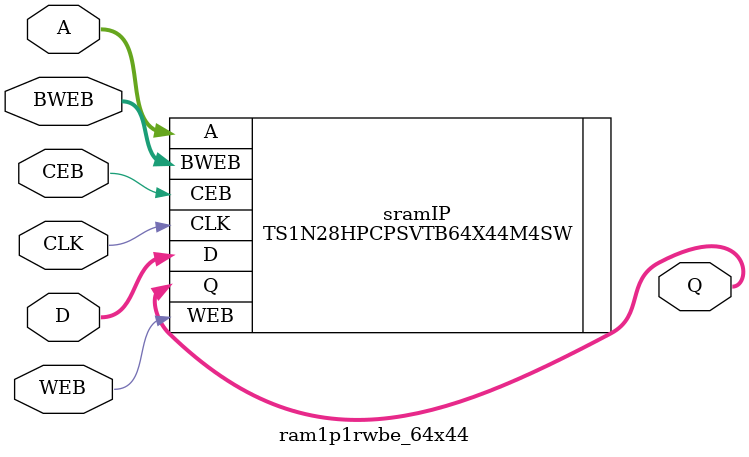
<source format=sv>

module ram1p1rwbe_64x44(
  input  logic          CLK,
  input  logic          CEB,
  input  logic          WEB,
  input  logic [5:0]    A,
  input  logic [43:0]   D,
  input  logic [43:0]   BWEB,
  output logic [43:0]   Q
);

   // replace "generic64x44RAM" with "TS1N..64X44.." module from your memory vendor
   // generic64x44RAM sramIP (.CLK, .CEB, .WEB, .A, .D, .BWEB, .Q);
   TS1N28HPCPSVTB64X44M4SW sramIP(.CLK, .CEB, .WEB, .A, .D, .BWEB, .Q);

endmodule

</source>
